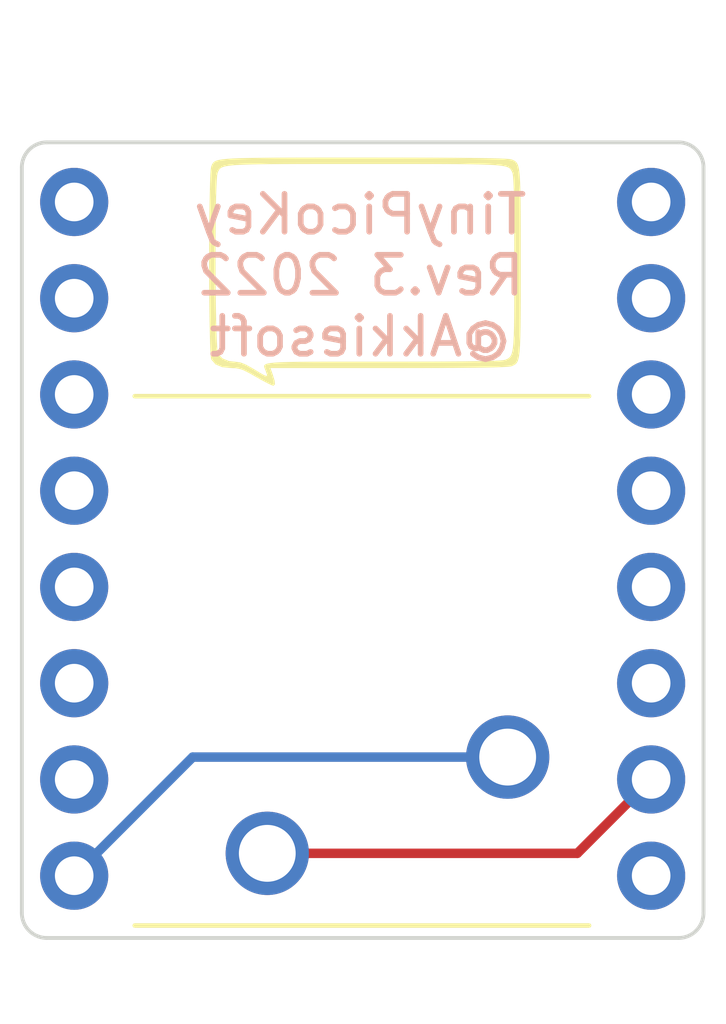
<source format=kicad_pcb>
(kicad_pcb (version 20211014) (generator pcbnew)
  (layers (0 "F.Cu" signal) (31 "B.Cu" signal) (34 "B.Paste" user) (35 "F.Paste" user) (36 "B.SilkS" user "B.Silkscreen") (37 "F.SilkS" user "F.Silkscreen") (38 "B.Mask" user) (39 "F.Mask" user) (44 "Edge.Cuts" user))
  (net 0 "")
  (net 1 "GND")
  (net 2 "Net-(SW1-Pad1)")
  (footprint "" (layer "F.Cu") (at 107.696 78.994)
    (fp_text reference "" (at 0 0) (layer "F.SilkS") (effects (font (size 1.27 1.27))))
    (fp_text value "" (at 0 0) (layer "F.SilkS") (effects (font (size 1.27 1.27))))
    (pad "" np_thru_hole circle locked (at 0 0 180) (size 2 2) (drill 2) (layers F&B.Cu *.Mask))
  )
  (footprint "rp2040:SW_Cherry_MX_1.00u_PCB_LESS_silk" (layer "F.Cu") (at 99.78 96.25 180)
    (fp_text reference "SW1" hide)
    (fp_text value "SW_Push" hide)
    (fp_line (start -8.5 -1.905) (end 3.5 -1.905) (layer "F.SilkS") (width 0.12))
    (fp_line (start 3.5 12.065) (end -8.5 12.065) (layer "F.SilkS") (width 0.12))
    (pad "" np_thru_hole oval (at -2.5 8.89 180) (size 4 3) (drill oval 4 3) (layers F&B.Cu *.Mask))
    (pad "" np_thru_hole circle (at -7.62 5.08 180) (size 1.7 1.7) (drill 1.7) (layers *.Cu *.Mask))
    (pad "" np_thru_hole circle (at 2.54 5.08 180) (size 1.7 1.7) (drill 1.7) (layers *.Cu *.Mask))
    (pad "" np_thru_hole circle (at -2.54 5.08 180) (size 4 4) (drill 4) (layers *.Cu *.Mask))
    (pad "1" thru_hole circle (at 0 0 180) (size 2.2 2.2) (drill 1.5) (layers *.Cu *.Mask) (net 2 "Net-(SW1-Pad1)"))
    (pad "2" thru_hole circle (at -6.35 2.54 180) (size 2.2 2.2) (drill 1.5) (layers *.Cu *.Mask) (net 1 "GND"))
  )
  (footprint "rp2040:tiny2040_wo_debug" (layer "F.Cu") (at 102.3 73.98)
    (fp_text reference "U1" hide)
    (fp_text value "tiny2040")
    (pad "1" thru_hole circle locked (at -7.62 5.08) (size 1.8 1.8) (drill 1.02) (layers *.Cu *.Mask))
    (pad "2" thru_hole circle locked (at -7.62 7.62) (size 1.8 1.8) (drill 1.02) (layers *.Cu *.Mask))
    (pad "3" thru_hole circle locked (at -7.62 10.16) (size 1.8 1.8) (drill 1.02) (layers *.Cu *.Mask))
    (pad "4" thru_hole circle locked (at -7.62 12.7) (size 1.8 1.8) (drill 1.02) (layers *.Cu *.Mask))
    (pad "5" thru_hole circle locked (at -7.62 15.24) (size 1.8 1.8) (drill 1.02) (layers *.Cu *.Mask))
    (pad "6" thru_hole circle locked (at -7.62 17.78) (size 1.8 1.8) (drill 1.02) (layers *.Cu *.Mask))
    (pad "7" thru_hole circle locked (at -7.62 20.32) (size 1.8 1.8) (drill 1.02) (layers *.Cu *.Mask))
    (pad "8" thru_hole circle locked (at -7.62 22.86) (size 1.8 1.8) (drill 1.02) (layers *.Cu *.Mask) (net 1 "GND"))
    (pad "9" thru_hole circle locked (at 7.62 22.86) (size 1.8 1.8) (drill 1.02) (layers *.Cu *.Mask))
    (pad "10" thru_hole circle locked (at 7.62 20.32) (size 1.8 1.8) (drill 1.02) (layers *.Cu *.Mask) (net 2 "Net-(SW1-Pad1)"))
    (pad "11" thru_hole circle locked (at 7.62 17.78) (size 1.8 1.8) (drill 1.02) (layers *.Cu *.Mask))
    (pad "12" thru_hole circle locked (at 7.62 15.24) (size 1.8 1.8) (drill 1.02) (layers *.Cu *.Mask))
    (pad "13" thru_hole circle locked (at 7.62 12.7) (size 1.8 1.8) (drill 1.02) (layers *.Cu *.Mask))
    (pad "14" thru_hole circle locked (at 7.62 10.16) (size 1.8 1.8) (drill 1.02) (layers *.Cu *.Mask))
    (pad "15" thru_hole circle locked (at 7.62 7.62) (size 1.8 1.8) (drill 1.02) (layers *.Cu *.Mask))
    (pad "16" thru_hole circle locked (at 7.62 5.08) (size 1.8 1.8) (drill 1.02) (layers *.Cu *.Mask))
  )
  (footprint "" (layer "F.Cu") (at 96.901 78.994)
    (fp_text reference "" (at 0 0) (layer "F.SilkS") (effects (font (size 1.27 1.27))))
    (fp_text value "" (at 0 0) (layer "F.SilkS") (effects (font (size 1.27 1.27))))
    (pad "" np_thru_hole circle locked (at 0 0 180) (size 2 2) (drill 2) (layers F&B.Cu *.Mask))
  )
  (footprint "Library:Fukidashi" (layer "F.Cu") (at 102.362 80.899)
    (fp_text reference "G***" hide)
    (fp_text value "Fukidashi" hide)
    (fp_poly (pts (xy -0.238706 -3.010691) (xy -0.004101 -3.010684) (xy 0.693803 -3.01039) (xy 1.310795 -3.009474) (xy 1.850768 -3.007885) (xy 2.317616 -3.005573) (xy 2.715232 -3.002486) (xy 3.04751 -2.998574) (xy 3.318343 -2.993786) (xy 3.531626 -2.988072) (xy 3.691252 -2.98138) (xy 3.801114 -2.97366) (xy 3.865106 -2.964861) (xy 3.881152 -2.960025) (xy 3.928602 -2.937827) (xy 3.969099 -2.913494) (xy 4.003193 -2.880552) (xy 4.031434 -2.832526) (xy 4.054375 -2.762943) (xy 4.072566 -2.665331) (xy 4.086558 -2.533214) (xy 4.096901 -2.360119) (xy 4.104146 -2.139573) (xy 4.108845 -1.865102) (xy 4.111548 -1.530232) (xy 4.112807 -1.12849) (xy 4.113171 -0.653401) (xy 4.113189 -0.233222) (xy 4.113138 0.302798) (xy 4.112617 0.760483) (xy 4.111076 1.146308) (xy 4.107963 1.466746) (xy 4.102729 1.728271) (xy 4.094821 1.937356) (xy 4.08369 2.100475) (xy 4.068783 2.224102) (xy 4.049551 2.31471) (xy 4.025442 2.378773) (xy 3.995906 2.422766) (xy 3.960392 2.45316) (xy 3.918348 2.476431) (xy 3.881152 2.493581) (xy 3.835739 2.503845) (xy 3.744775 2.512779) (xy 3.604067 2.520447) (xy 3.40942 2.526915) (xy 3.15664 2.532249) (xy 2.841533 2.536514) (xy 2.459905 2.539775) (xy 2.007561 2.542099) (xy 1.480308 2.54355) (xy 0.873951 2.544194) (xy 0.635946 2.54424) (xy -2.498074 2.54424) (xy -2.436349 2.719188) (xy -2.387886 2.877285) (xy -2.379098 2.970393) (xy -2.40969 3.008325) (xy -2.427629 3.010413) (xy -2.484158 2.990096) (xy -2.596212 2.935295) (xy -2.746429 2.854882) (xy -2.883472 2.777462) (xy -3.069816 2.672416) (xy -3.206368 2.604516) (xy -3.315178 2.565844) (xy -3.418299 2.548481) (xy -3.532239 2.544512) (xy -3.773971 2.520559) (xy -3.947442 2.448621) (xy -4.055019 2.32766) (xy -4.062529 2.312203) (xy -4.073903 2.244943) (xy -4.083944 2.102272) (xy -4.092653 1.893577) (xy -4.100028 1.628245) (xy -4.106071 1.315663) (xy -4.110781 0.965218) (xy -4.114157 0.586296) (xy -4.116201 0.188284) (xy -4.116912 -0.219431) (xy -4.116494 -0.493889) (xy -3.949004 -0.493889) (xy -3.948505 -0.097798) (xy -3.946404 0.295126) (xy -3.942721 0.675152) (xy -3.937475 1.03255) (xy -3.930686 1.357589) (xy -3.922374 1.64054) (xy -3.91256 1.871672) (xy -3.901263 2.041256) (xy -3.888503 2.13956) (xy -3.883147 2.156455) (xy -3.770653 2.285585) (xy -3.595106 2.359) (xy -3.422128 2.377736) (xy -3.29302 2.39572) (xy -3.148605 2.451198) (xy -2.965892 2.553226) (xy -2.947078 2.564818) (xy -2.778187 2.667482) (xy -2.669062 2.728081) (xy -2.609006 2.751748) (xy -2.587327 2.743617) (xy -2.586644 2.737819) (xy -2.600089 2.688859) (xy -2.627859 2.610975) (xy -2.645915 2.566862) (xy -2.660574 2.528593) (xy -2.666376 2.495754) (xy -2.657859 2.46793) (xy -2.629563 2.444709) (xy -2.576028 2.425675) (xy -2.491794 2.410416) (xy -2.3714 2.398517) (xy -2.209385 2.389564) (xy -2.00029 2.383144) (xy -1.738653 2.378842) (xy -1.419014 2.376244) (xy -1.035913 2.374938) (xy -0.583889 2.374508) (xy -0.057483 2.374541) (xy 0.490188 2.374624) (xy 1.123573 2.374251) (xy 1.676361 2.373086) (xy 2.152756 2.371064) (xy 2.556965 2.368119) (xy 2.893196 2.364184) (xy 3.165653 2.359194) (xy 3.378544 2.353081) (xy 3.536075 2.345781) (xy 3.642453 2.337227) (xy 3.701883 2.327352) (xy 3.711536 2.323965) (xy 3.760514 2.300814) (xy 3.802065 2.275084) (xy 3.836799 2.240053) (xy 3.865327 2.189001) (xy 3.888258 2.115207) (xy 3.906206 2.01195) (xy 3.919779 1.872511) (xy 3.929589 1.690166) (xy 3.936247 1.458197) (xy 3.940364 1.169883) (xy 3.94255 0.818502) (xy 3.943416 0.397334) (xy 3.943573 -0.100343) (xy 3.943573 -0.229121) (xy 3.943009 -0.771308) (xy 3.941253 -1.233371) (xy 3.938204 -1.619987) (xy 3.933763 -1.935833) (xy 3.92783 -2.185587) (xy 3.920306 -2.373925) (xy 3.911091 -2.505525) (xy 3.900086 -2.585064) (xy 3.892913 -2.609031) (xy 3.875207 -2.64902) (xy 3.857306 -2.684133) (xy 3.8339 -2.714689) (xy 3.799679 -2.741002) (xy 3.749333 -2.76339) (xy 3.677552 -2.782169) (xy 3.579027 -2.797656) (xy 3.448448 -2.810166) (xy 3.280504 -2.820018) (xy 3.069886 -2.827526) (xy 2.811284 -2.833008) (xy 2.499388 -2.83678) (xy 2.128888 -2.839159) (xy 1.694475 -2.84046) (xy 1.190837 -2.841002) (xy 0.612667 -2.841099) (xy 0 -2.841068) (xy -0.652657 -2.8411) (xy -1.225817 -2.840983) (xy -1.724789 -2.840402) (xy -2.154882 -2.83904) (xy -2.521407 -2.836581) (xy -2.829674 -2.832707) (xy -3.084993 -2.827103) (xy -3.292672 -2.819451) (xy -3.458023 -2.809437) (xy -3.586355 -2.796742) (xy -3.682979 -2.781051) (xy -3.753203 -2.762046) (xy -3.802338 -2.739413) (xy -3.835694 -2.712833) (xy -3.85858 -2.681991) (xy -3.876308 -2.64657) (xy -3.892913 -2.609031) (xy -3.905952 -2.537886) (xy -3.917228 -2.392067) (xy -3.926763 -2.181304) (xy -3.934576 -1.915327) (xy -3.940686 -1.603867) (xy -3.945114 -1.256654) (xy -3.94788 -0.883418) (xy -3.949004 -0.493889) (xy -4.116494 -0.493889) (xy -4.11629 -0.627463) (xy -4.114336 -1.026423) (xy -4.11105 -1.406926) (xy -4.10643 -1.759585) (xy -4.100477 -2.075012) (xy -4.093191 -2.343822) (xy -4.084573 -2.556627) (xy -4.074621 -2.70404) (xy -4.063337 -2.776675) (xy -4.062529 -2.778647) (xy -4.045285 -2.817844) (xy -4.028033 -2.852364) (xy -4.005581 -2.882503) (xy -3.97274 -2.908558) (xy -3.924319 -2.930827) (xy -3.855127 -2.949605) (xy -3.759975 -2.96519) (xy -3.633671 -2.977879) (xy -3.471026 -2.987967) (xy -3.266848 -2.995753) (xy -3.015948 -3.001532) (xy -2.713135 -3.005601) (xy -2.353218 -3.008258) (xy -1.931007 -3.009799) (xy -1.441312 -3.01052) (xy -0.878942 -3.010718)) (layer "F.SilkS") (width 0) (fill solid))
  )
  (gr_arc (start 110.64331 77.48669) (mid 111.11 77.679999) (end 111.303309 78.146689) (layer "Edge.Cuts") (width 0.1))
  (gr_line (start 93.95669 77.48669) (end 110.64331 77.48669) (layer "Edge.Cuts") (width 0.1))
  (gr_arc (start 93.95669 98.48331) (mid 93.49 98.29) (end 93.29669 97.82331) (layer "Edge.Cuts") (width 0.1))
  (gr_line (start 110.64331 98.48331) (end 93.95669 98.48331) (layer "Edge.Cuts") (width 0.1))
  (gr_arc (start 111.30331 97.82331) (mid 111.11 98.29) (end 110.64331 98.48331) (layer "Edge.Cuts") (width 0.1))
  (gr_arc (start 93.29669 78.14669) (mid 93.49 77.68) (end 93.95669 77.48669) (layer "Edge.Cuts") (width 0.1))
  (gr_line (start 93.29669 97.82331) (end 93.29669 78.14669) (layer "Edge.Cuts") (width 0.1))
  (gr_line (start 111.30331 78.14669) (end 111.30331 97.82331) (layer "Edge.Cuts") (width 0.1))
  (gr_text "TinyPicoKey\nRev.3 2022\n@Akkiesoft" (at 102.235 81) (layer "B.SilkS") (effects (font (size 1 1)) (justify mirror)))
  (segment (start 97.81 93.71) (end 106.13 93.71) (width 0.25) (layer "B.Cu") (net 1))
  (segment (start 97.81 93.71) (end 94.68 96.84) (width 0.25) (layer "B.Cu") (net 1))
  (segment (start 107.97 96.25) (end 109.92 94.3) (width 0.25) (layer "F.Cu") (net 2))
  (segment (start 99.78 96.25) (end 107.97 96.25) (width 0.25) (layer "F.Cu") (net 2))
)
</source>
